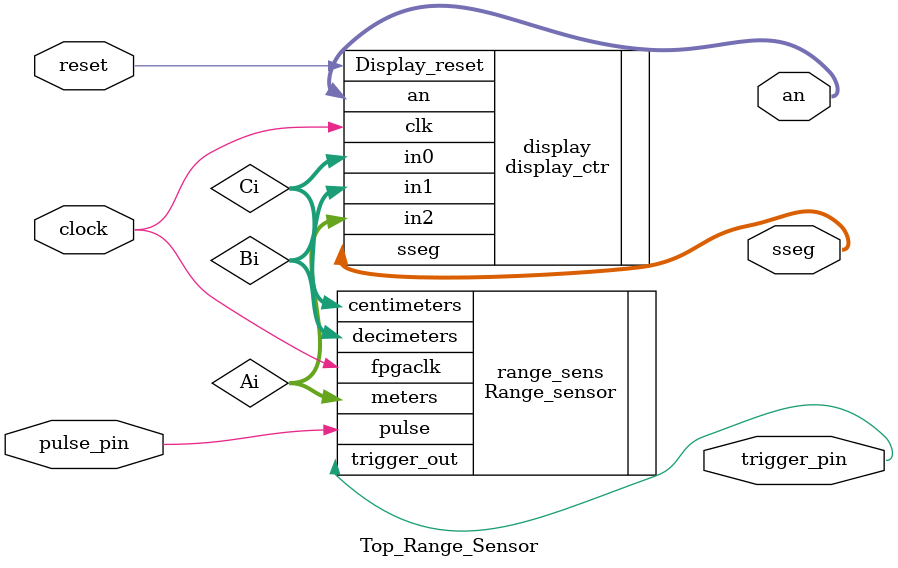
<source format=v>
module Top_Range_Sensor (
    input wire pulse_pin,
    input wire reset,
    input wire clock,
    output wire trigger_pin,
    output wire [2:0] an,
    output wire [7:0] sseg
);
 
wire [3:0] Ai;
wire [3:0] Bi;
wire [3:0] Ci;
 
Range_sensor range_sens (
    .fpgaclk(clock), 
    .pulse(pulse_pin), 
    .trigger_out(trigger_pin), 
    .meters(Ai), 
    .decimeters(Bi), 
    .centimeters(Ci)
);
 
display_ctr display (
    .clk(clock),
    .Display_reset(reset), 
    .in2(Ai), 
    .in1(Bi), 
    .in0(Ci), 
    .an(an), 
    .sseg(sseg)
);

endmodule

</source>
